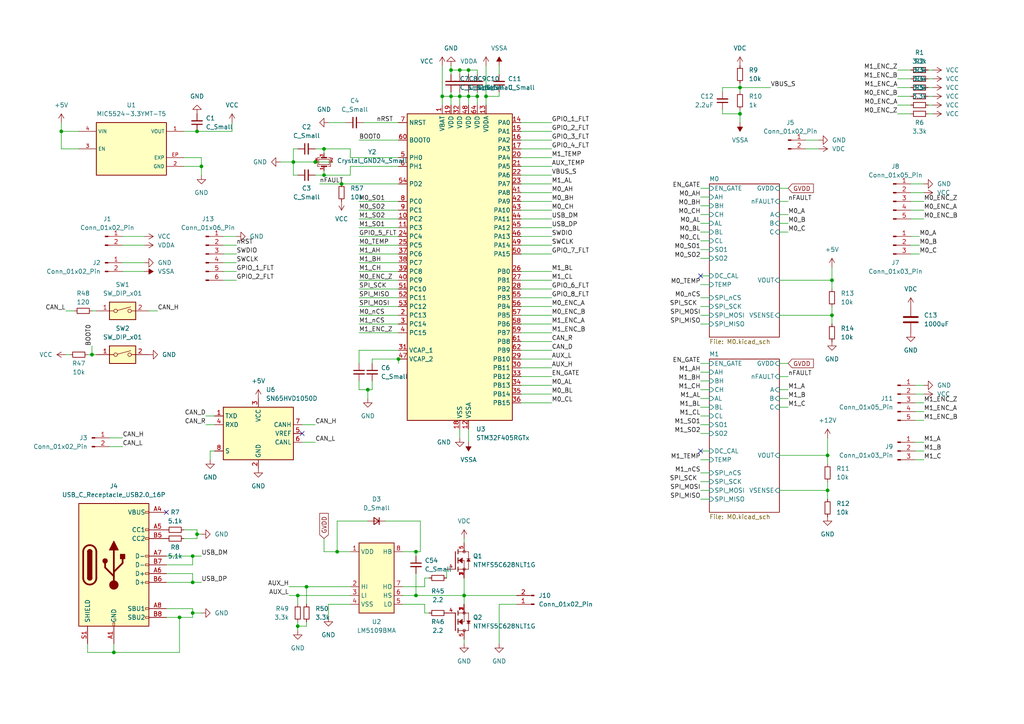
<source format=kicad_sch>
(kicad_sch (version 20230121) (generator eeschema)
  (paper "A4")
  (junction (at 241.3 91.44))
  (junction (at 241.3 81.28))
  (junction (at 134.62 172.72))
  (junction (at 331.47 -71.12))
  (junction (at 261.62 -54.61))
  (junction (at 97.79 160.02))
  (junction (at 331.47 -87.63))
  (junction (at 106.68 113.03))
  (junction (at 57.15 38.1))
  (junction (at 342.9 -87.63))
  (junction (at 135.89 27.94))
  (junction (at 55.88 161.29))
  (junction (at 93.98 43.18))
  (junction (at 273.05 -86.36))
  (junction (at 86.36 181.61))
  (junction (at 332.74 -55.88))
  (junction (at 55.88 177.8))
  (junction (at 58.42 48.26))
  (junction (at 273.05 -54.61))
  (junction (at 133.35 27.94))
  (junction (at 138.43 27.94))
  (junction (at 135.89 20.32))
  (junction (at 128.27 27.94))
  (junction (at 85.09 46.99))
  (junction (at 57.15 154.94))
  (junction (at 120.65 160.02))
  (junction (at 26.67 102.87))
  (junction (at 140.97 27.94))
  (junction (at 115.57 104.14))
  (junction (at 130.81 27.94))
  (junction (at 52.07 179.07))
  (junction (at 88.9 170.18))
  (junction (at 261.62 -86.36))
  (junction (at 33.02 189.23))
  (junction (at 17.78 38.1))
  (junction (at 214.63 33.02))
  (junction (at 133.35 20.32))
  (junction (at 91.44 46.99))
  (junction (at 93.98 50.8))
  (junction (at 344.17 -55.88))
  (junction (at 120.65 172.72))
  (junction (at 342.9 -71.12))
  (junction (at 214.63 25.4))
  (junction (at 240.03 132.08))
  (junction (at 99.06 53.34))
  (junction (at 130.81 20.32))
  (junction (at 261.62 -69.85))
  (junction (at 240.03 142.24))
  (junction (at 86.36 172.72))
  (junction (at 273.05 -69.85))
  (junction (at 55.88 168.91))
  (no_connect (at 87.63 125.73))
  (no_connect (at 203.2 80.01))
  (no_connect (at 203.2 130.81))
  (no_connect (at 48.26 148.59))
  (wire (pts (xy 240.03 132.08) (xy 240.03 134.62)))
  (wire (pts (xy 257.81 -54.61) (xy 261.62 -54.61)))
  (wire (pts (xy 99.06 53.34) (xy 115.57 53.34)))
  (wire (pts (xy 101.6 160.02) (xy 97.79 160.02)))
  (wire (pts (xy 64.77 73.66) (xy 68.58 73.66)))
  (wire (pts (xy 264.16 71.12) (xy 266.7 71.12)))
  (wire (pts (xy 17.78 43.18) (xy 17.78 38.1)))
  (wire (pts (xy 104.14 60.96) (xy 115.57 60.96)))
  (wire (pts (xy 273.05 -86.36) (xy 284.48 -86.36)))
  (wire (pts (xy 273.05 -54.61) (xy 273.05 -50.8)))
  (wire (pts (xy 43.18 90.17) (xy 45.72 90.17)))
  (wire (pts (xy 81.28 46.99) (xy 85.09 46.99)))
  (wire (pts (xy 339.09 -67.31) (xy 342.9 -67.31)))
  (wire (pts (xy 58.42 177.8) (xy 55.88 177.8)))
  (wire (pts (xy 151.13 63.5) (xy 160.02 63.5)))
  (wire (pts (xy 344.17 -55.88) (xy 355.6 -55.88)))
  (wire (pts (xy 226.06 58.42) (xy 228.6 58.42)))
  (wire (pts (xy 261.62 -54.61) (xy 261.62 -58.42)))
  (wire (pts (xy 241.3 88.9) (xy 241.3 91.44)))
  (wire (pts (xy 48.26 168.91) (xy 55.88 168.91)))
  (wire (pts (xy 203.2 115.57) (xy 205.74 115.57)))
  (wire (pts (xy 107.95 113.03) (xy 106.68 113.03)))
  (wire (pts (xy 130.81 27.94) (xy 128.27 27.94)))
  (wire (pts (xy 87.63 128.27) (xy 91.44 128.27)))
  (wire (pts (xy 331.47 -83.82) (xy 334.01 -83.82)))
  (wire (pts (xy 151.13 96.52) (xy 160.02 96.52)))
  (wire (pts (xy 26.67 102.87) (xy 27.94 102.87)))
  (wire (pts (xy 48.26 176.53) (xy 55.88 176.53)))
  (wire (pts (xy 134.62 172.72) (xy 134.62 175.26)))
  (wire (pts (xy 214.63 25.4) (xy 214.63 26.67)))
  (wire (pts (xy 340.36 -52.07) (xy 344.17 -52.07)))
  (wire (pts (xy 269.24 27.94) (xy 270.51 27.94)))
  (wire (pts (xy 116.84 172.72) (xy 120.65 172.72)))
  (wire (pts (xy 267.97 53.34) (xy 264.16 53.34)))
  (wire (pts (xy 151.13 93.98) (xy 160.02 93.98)))
  (wire (pts (xy 35.56 71.12) (xy 41.91 71.12)))
  (wire (pts (xy 261.62 -66.04) (xy 264.16 -66.04)))
  (wire (pts (xy 123.19 170.18) (xy 116.84 170.18)))
  (wire (pts (xy 19.05 102.87) (xy 20.32 102.87)))
  (wire (pts (xy 203.2 64.77) (xy 205.74 64.77)))
  (wire (pts (xy 214.63 33.02) (xy 214.63 35.56)))
  (wire (pts (xy 359.41 -71.12) (xy 360.68 -71.12)))
  (wire (pts (xy 107.95 105.41) (xy 107.95 104.14)))
  (wire (pts (xy 203.2 80.01) (xy 205.74 80.01)))
  (wire (pts (xy 151.13 40.64) (xy 160.02 40.64)))
  (wire (pts (xy 52.07 189.23) (xy 52.07 179.07)))
  (wire (pts (xy 86.36 172.72) (xy 86.36 175.26)))
  (wire (pts (xy 331.47 -87.63) (xy 331.47 -91.44)))
  (wire (pts (xy 120.65 166.37) (xy 120.65 172.72)))
  (wire (pts (xy 269.24 33.02) (xy 270.51 33.02)))
  (wire (pts (xy 267.97 55.88) (xy 264.16 55.88)))
  (wire (pts (xy 261.62 -58.42) (xy 262.89 -58.42)))
  (wire (pts (xy 86.36 181.61) (xy 86.36 182.88)))
  (wire (pts (xy 344.17 -59.69) (xy 344.17 -55.88)))
  (wire (pts (xy 48.26 163.83) (xy 55.88 163.83)))
  (wire (pts (xy 22.86 38.1) (xy 17.78 38.1)))
  (wire (pts (xy 203.2 93.98) (xy 205.74 93.98)))
  (wire (pts (xy 26.67 100.33) (xy 26.67 102.87)))
  (wire (pts (xy 214.63 24.13) (xy 214.63 25.4)))
  (wire (pts (xy 331.47 -71.12) (xy 331.47 -74.93)))
  (wire (pts (xy 151.13 55.88) (xy 160.02 55.88)))
  (wire (pts (xy 55.88 166.37) (xy 55.88 168.91)))
  (wire (pts (xy 273.05 -69.85) (xy 273.05 -66.04)))
  (wire (pts (xy 269.24 -50.8) (xy 273.05 -50.8)))
  (wire (pts (xy 151.13 68.58) (xy 160.02 68.58)))
  (wire (pts (xy 88.9 170.18) (xy 101.6 170.18)))
  (wire (pts (xy 151.13 71.12) (xy 160.02 71.12)))
  (wire (pts (xy 95.25 179.07) (xy 95.25 175.26)))
  (wire (pts (xy 240.03 142.24) (xy 240.03 144.78)))
  (wire (pts (xy 339.09 -83.82) (xy 342.9 -83.82)))
  (wire (pts (xy 106.68 115.57) (xy 106.68 113.03)))
  (wire (pts (xy 52.07 179.07) (xy 55.88 179.07)))
  (wire (pts (xy 342.9 -87.63) (xy 354.33 -87.63)))
  (wire (pts (xy 289.56 -86.36) (xy 290.83 -86.36)))
  (wire (pts (xy 95.25 35.56) (xy 100.33 35.56)))
  (wire (pts (xy 265.43 119.38) (xy 267.97 119.38)))
  (wire (pts (xy 133.35 20.32) (xy 130.81 20.32)))
  (wire (pts (xy 331.47 -67.31) (xy 334.01 -67.31)))
  (wire (pts (xy 123.19 177.8) (xy 124.46 177.8)))
  (wire (pts (xy 58.42 48.26) (xy 58.42 50.8)))
  (wire (pts (xy 341.63 -59.69) (xy 344.17 -59.69)))
  (wire (pts (xy 203.2 82.55) (xy 205.74 82.55)))
  (wire (pts (xy 269.24 -66.04) (xy 273.05 -66.04)))
  (wire (pts (xy 260.35 27.94) (xy 264.16 27.94)))
  (wire (pts (xy 25.4 189.23) (xy 33.02 189.23)))
  (wire (pts (xy 53.34 45.72) (xy 58.42 45.72)))
  (wire (pts (xy 33.02 189.23) (xy 52.07 189.23)))
  (wire (pts (xy 241.3 77.47) (xy 241.3 81.28)))
  (wire (pts (xy 233.68 40.64) (xy 237.49 40.64)))
  (wire (pts (xy 101.6 48.26) (xy 101.6 50.8)))
  (wire (pts (xy 88.9 180.34) (xy 88.9 181.61)))
  (wire (pts (xy 104.14 71.12) (xy 115.57 71.12)))
  (wire (pts (xy 140.97 19.05) (xy 140.97 27.94)))
  (wire (pts (xy 226.06 142.24) (xy 240.03 142.24)))
  (wire (pts (xy 57.15 156.21) (xy 57.15 154.94)))
  (wire (pts (xy 226.06 113.03) (xy 228.6 113.03)))
  (wire (pts (xy 289.56 -54.61) (xy 290.83 -54.61)))
  (wire (pts (xy 267.97 60.96) (xy 264.16 60.96)))
  (wire (pts (xy 135.89 26.67) (xy 135.89 27.94)))
  (wire (pts (xy 344.17 -55.88) (xy 344.17 -52.07)))
  (wire (pts (xy 135.89 20.32) (xy 135.89 21.59)))
  (wire (pts (xy 130.81 30.48) (xy 130.81 27.94)))
  (wire (pts (xy 138.43 30.48) (xy 138.43 27.94)))
  (wire (pts (xy 203.2 130.81) (xy 205.74 130.81)))
  (wire (pts (xy 331.47 -71.12) (xy 331.47 -67.31)))
  (wire (pts (xy 58.42 154.94) (xy 57.15 154.94)))
  (wire (pts (xy 265.43 114.3) (xy 267.97 114.3)))
  (wire (pts (xy 269.24 -82.55) (xy 273.05 -82.55)))
  (wire (pts (xy 104.14 83.82) (xy 115.57 83.82)))
  (wire (pts (xy 151.13 78.74) (xy 160.02 78.74)))
  (wire (pts (xy 327.66 -87.63) (xy 331.47 -87.63)))
  (wire (pts (xy 92.71 53.34) (xy 99.06 53.34)))
  (wire (pts (xy 226.06 64.77) (xy 228.6 64.77)))
  (wire (pts (xy 269.24 20.32) (xy 270.51 20.32)))
  (wire (pts (xy 128.27 27.94) (xy 128.27 30.48)))
  (wire (pts (xy 149.86 175.26) (xy 144.78 175.26)))
  (wire (pts (xy 144.78 27.94) (xy 144.78 26.67)))
  (wire (pts (xy 123.19 167.64) (xy 123.19 170.18)))
  (wire (pts (xy 151.13 81.28) (xy 160.02 81.28)))
  (wire (pts (xy 209.55 31.75) (xy 209.55 33.02)))
  (wire (pts (xy 25.4 102.87) (xy 26.67 102.87)))
  (wire (pts (xy 57.15 154.94) (xy 57.15 153.67)))
  (wire (pts (xy 203.2 137.16) (xy 205.74 137.16)))
  (wire (pts (xy 64.77 71.12) (xy 68.58 71.12)))
  (wire (pts (xy 151.13 88.9) (xy 160.02 88.9)))
  (wire (pts (xy 151.13 86.36) (xy 160.02 86.36)))
  (wire (pts (xy 331.47 -87.63) (xy 331.47 -83.82)))
  (wire (pts (xy 115.57 48.26) (xy 101.6 48.26)))
  (wire (pts (xy 104.14 101.6) (xy 115.57 101.6)))
  (wire (pts (xy 104.14 40.64) (xy 115.57 40.64)))
  (wire (pts (xy 203.2 142.24) (xy 205.74 142.24)))
  (wire (pts (xy 261.62 -54.61) (xy 261.62 -50.8)))
  (wire (pts (xy 240.03 139.7) (xy 240.03 142.24)))
  (wire (pts (xy 138.43 26.67) (xy 138.43 27.94)))
  (wire (pts (xy 269.24 25.4) (xy 270.51 25.4)))
  (wire (pts (xy 86.36 172.72) (xy 101.6 172.72)))
  (wire (pts (xy 264.16 68.58) (xy 266.7 68.58)))
  (wire (pts (xy 332.74 -59.69) (xy 334.01 -59.69)))
  (wire (pts (xy 270.51 -58.42) (xy 273.05 -58.42)))
  (wire (pts (xy 359.41 -87.63) (xy 360.68 -87.63)))
  (wire (pts (xy 273.05 -54.61) (xy 284.48 -54.61)))
  (wire (pts (xy 226.06 62.23) (xy 228.6 62.23)))
  (wire (pts (xy 226.06 132.08) (xy 240.03 132.08)))
  (wire (pts (xy 67.31 38.1) (xy 67.31 35.56)))
  (wire (pts (xy 48.26 179.07) (xy 52.07 179.07)))
  (wire (pts (xy 21.59 90.17) (xy 19.05 90.17)))
  (wire (pts (xy 203.2 86.36) (xy 205.74 86.36)))
  (wire (pts (xy 203.2 59.69) (xy 205.74 59.69)))
  (wire (pts (xy 233.68 43.18) (xy 237.49 43.18)))
  (wire (pts (xy 53.34 38.1) (xy 57.15 38.1)))
  (wire (pts (xy 226.06 118.11) (xy 228.6 118.11)))
  (wire (pts (xy 134.62 186.69) (xy 134.62 185.42)))
  (wire (pts (xy 260.35 22.86) (xy 264.16 22.86)))
  (wire (pts (xy 226.06 105.41) (xy 228.6 105.41)))
  (wire (pts (xy 203.2 144.78) (xy 205.74 144.78)))
  (wire (pts (xy 260.35 30.48) (xy 264.16 30.48)))
  (wire (pts (xy 151.13 73.66) (xy 160.02 73.66)))
  (wire (pts (xy 332.74 -55.88) (xy 332.74 -52.07)))
  (wire (pts (xy 130.81 20.32) (xy 130.81 21.59)))
  (wire (pts (xy 133.35 27.94) (xy 130.81 27.94)))
  (wire (pts (xy 151.13 48.26) (xy 160.02 48.26)))
  (wire (pts (xy 151.13 91.44) (xy 160.02 91.44)))
  (wire (pts (xy 64.77 78.74) (xy 68.58 78.74)))
  (wire (pts (xy 273.05 -86.36) (xy 273.05 -82.55)))
  (wire (pts (xy 135.89 27.94) (xy 133.35 27.94)))
  (wire (pts (xy 331.47 -74.93) (xy 332.74 -74.93)))
  (wire (pts (xy 265.43 128.27) (xy 267.97 128.27)))
  (wire (pts (xy 86.36 43.18) (xy 85.09 43.18)))
  (wire (pts (xy 203.2 125.73) (xy 205.74 125.73)))
  (wire (pts (xy 289.56 -69.85) (xy 290.83 -69.85)))
  (wire (pts (xy 104.14 66.04) (xy 115.57 66.04)))
  (wire (pts (xy 151.13 38.1) (xy 160.02 38.1)))
  (wire (pts (xy 151.13 111.76) (xy 160.02 111.76)))
  (wire (pts (xy 115.57 45.72) (xy 101.6 45.72)))
  (wire (pts (xy 105.41 35.56) (xy 115.57 35.56)))
  (wire (pts (xy 83.82 170.18) (xy 88.9 170.18)))
  (wire (pts (xy 203.2 74.93) (xy 205.74 74.93)))
  (wire (pts (xy 144.78 175.26) (xy 144.78 186.69)))
  (wire (pts (xy 260.35 20.32) (xy 264.16 20.32)))
  (wire (pts (xy 104.14 91.44) (xy 115.57 91.44)))
  (wire (pts (xy 104.14 105.41) (xy 104.14 101.6)))
  (wire (pts (xy 26.67 90.17) (xy 27.94 90.17)))
  (wire (pts (xy 55.88 176.53) (xy 55.88 177.8)))
  (wire (pts (xy 87.63 123.19) (xy 91.44 123.19)))
  (wire (pts (xy 203.2 72.39) (xy 205.74 72.39)))
  (wire (pts (xy 35.56 78.74) (xy 41.91 78.74)))
  (wire (pts (xy 261.62 -90.17) (xy 262.89 -90.17)))
  (wire (pts (xy 273.05 -73.66) (xy 273.05 -69.85)))
  (wire (pts (xy 101.6 50.8) (xy 93.98 50.8)))
  (wire (pts (xy 342.9 -91.44) (xy 342.9 -87.63)))
  (wire (pts (xy 55.88 163.83) (xy 55.88 161.29)))
  (wire (pts (xy 121.92 151.13) (xy 111.76 151.13)))
  (wire (pts (xy 261.62 -86.36) (xy 261.62 -90.17)))
  (wire (pts (xy 120.65 172.72) (xy 134.62 172.72)))
  (wire (pts (xy 151.13 35.56) (xy 160.02 35.56)))
  (wire (pts (xy 93.98 49.53) (xy 93.98 50.8)))
  (wire (pts (xy 53.34 156.21) (xy 57.15 156.21)))
  (wire (pts (xy 104.14 93.98) (xy 115.57 93.98)))
  (wire (pts (xy 273.05 -69.85) (xy 284.48 -69.85)))
  (wire (pts (xy 209.55 33.02) (xy 214.63 33.02)))
  (wire (pts (xy 31.75 129.54) (xy 35.56 129.54)))
  (wire (pts (xy 226.06 115.57) (xy 228.6 115.57)))
  (wire (pts (xy 133.35 20.32) (xy 133.35 21.59)))
  (wire (pts (xy 35.56 76.2) (xy 41.91 76.2)))
  (wire (pts (xy 151.13 53.34) (xy 160.02 53.34)))
  (wire (pts (xy 133.35 26.67) (xy 133.35 27.94)))
  (wire (pts (xy 48.26 166.37) (xy 55.88 166.37)))
  (wire (pts (xy 151.13 58.42) (xy 160.02 58.42)))
  (wire (pts (xy 151.13 109.22) (xy 160.02 109.22)))
  (wire (pts (xy 261.62 -50.8) (xy 264.16 -50.8)))
  (wire (pts (xy 151.13 66.04) (xy 160.02 66.04)))
  (wire (pts (xy 104.14 76.2) (xy 115.57 76.2)))
  (wire (pts (xy 85.09 50.8) (xy 86.36 50.8)))
  (wire (pts (xy 342.9 -71.12) (xy 354.33 -71.12)))
  (wire (pts (xy 360.68 -55.88) (xy 361.95 -55.88)))
  (wire (pts (xy 48.26 161.29) (xy 55.88 161.29)))
  (wire (pts (xy 332.74 -55.88) (xy 332.74 -59.69)))
  (wire (pts (xy 62.23 130.81) (xy 60.96 130.81)))
  (wire (pts (xy 327.66 -71.12) (xy 331.47 -71.12)))
  (wire (pts (xy 267.97 63.5) (xy 264.16 63.5)))
  (wire (pts (xy 273.05 -90.17) (xy 273.05 -86.36)))
  (wire (pts (xy 57.15 38.1) (xy 67.31 38.1)))
  (wire (pts (xy 261.62 -69.85) (xy 261.62 -73.66)))
  (wire (pts (xy 107.95 104.14) (xy 115.57 104.14)))
  (wire (pts (xy 104.14 113.03) (xy 106.68 113.03)))
  (wire (pts (xy 57.15 153.67) (xy 53.34 153.67)))
  (wire (pts (xy 261.62 -73.66) (xy 262.89 -73.66)))
  (wire (pts (xy 25.4 189.23) (xy 25.4 186.69)))
  (wire (pts (xy 260.35 33.02) (xy 264.16 33.02)))
  (wire (pts (xy 151.13 50.8) (xy 160.02 50.8)))
  (wire (pts (xy 151.13 99.06) (xy 160.02 99.06)))
  (wire (pts (xy 151.13 43.18) (xy 160.02 43.18)))
  (wire (pts (xy 135.89 124.46) (xy 135.89 128.27)))
  (wire (pts (xy 104.14 81.28) (xy 115.57 81.28)))
  (wire (pts (xy 101.6 45.72) (xy 101.6 43.18)))
  (wire (pts (xy 35.56 68.58) (xy 41.91 68.58)))
  (wire (pts (xy 203.2 120.65) (xy 205.74 120.65)))
  (wire (pts (xy 104.14 73.66) (xy 115.57 73.66)))
  (wire (pts (xy 261.62 -82.55) (xy 264.16 -82.55)))
  (wire (pts (xy 88.9 170.18) (xy 88.9 175.26)))
  (wire (pts (xy 133.35 124.46) (xy 133.35 127)))
  (wire (pts (xy 134.62 167.64) (xy 134.62 172.72)))
  (wire (pts (xy 104.14 88.9) (xy 115.57 88.9)))
  (wire (pts (xy 53.34 48.26) (xy 58.42 48.26)))
  (wire (pts (xy 101.6 43.18) (xy 93.98 43.18)))
  (wire (pts (xy 203.2 62.23) (xy 205.74 62.23)))
  (wire (pts (xy 328.93 -55.88) (xy 332.74 -55.88)))
  (wire (pts (xy 17.78 38.1) (xy 17.78 35.56)))
  (wire (pts (xy 214.63 25.4) (xy 223.52 25.4)))
  (wire (pts (xy 214.63 33.02) (xy 214.63 31.75)))
  (wire (pts (xy 241.3 81.28) (xy 241.3 83.82)))
  (wire (pts (xy 97.79 151.13) (xy 97.79 160.02)))
  (wire (pts (xy 64.77 76.2) (xy 68.58 76.2)))
  (wire (pts (xy 129.54 165.1) (xy 129.54 167.64)))
  (wire (pts (xy 265.43 133.35) (xy 267.97 133.35)))
  (wire (pts (xy 121.92 160.02) (xy 121.92 151.13)))
  (wire (pts (xy 209.55 25.4) (xy 214.63 25.4)))
  (wire (pts (xy 130.81 26.67) (xy 130.81 27.94)))
  (wire (pts (xy 85.09 46.99) (xy 91.44 46.99)))
  (wire (pts (xy 342.9 -74.93) (xy 342.9 -71.12)))
  (wire (pts (xy 59.69 120.65) (xy 62.23 120.65)))
  (wire (pts (xy 95.25 175.26) (xy 101.6 175.26)))
  (wire (pts (xy 33.02 189.23) (xy 33.02 186.69)))
  (wire (pts (xy 55.88 161.29) (xy 58.42 161.29)))
  (wire (pts (xy 58.42 45.72) (xy 58.42 48.26)))
  (wire (pts (xy 107.95 110.49) (xy 107.95 113.03)))
  (wire (pts (xy 203.2 57.15) (xy 205.74 57.15)))
  (wire (pts (xy 226.06 67.31) (xy 228.6 67.31)))
  (wire (pts (xy 151.13 116.84) (xy 160.02 116.84)))
  (wire (pts (xy 332.74 -52.07) (xy 335.28 -52.07)))
  (wire (pts (xy 22.86 43.18) (xy 17.78 43.18)))
  (wire (pts (xy 138.43 27.94) (xy 135.89 27.94)))
  (wire (pts (xy 134.62 156.21) (xy 134.62 157.48)))
  (wire (pts (xy 104.14 68.58) (xy 115.57 68.58)))
  (wire (pts (xy 260.35 25.4) (xy 264.16 25.4)))
  (wire (pts (xy 340.36 -91.44) (xy 342.9 -91.44)))
  (wire (pts (xy 123.19 175.26) (xy 123.19 177.8)))
  (wire (pts (xy 257.81 -86.36) (xy 261.62 -86.36)))
  (wire (pts (xy 60.96 130.81) (xy 60.96 133.35)))
  (wire (pts (xy 226.06 81.28) (xy 241.3 81.28)))
  (wire (pts (xy 203.2 118.11) (xy 205.74 118.11)))
  (wire (pts (xy 342.9 -71.12) (xy 342.9 -67.31)))
  (wire (pts (xy 203.2 113.03) (xy 205.74 113.03)))
  (wire (pts (xy 104.14 96.52) (xy 115.57 96.52)))
  (wire (pts (xy 203.2 91.44) (xy 205.74 91.44)))
  (wire (pts (xy 151.13 106.68) (xy 160.02 106.68)))
  (wire (pts (xy 116.84 175.26) (xy 123.19 175.26)))
  (wire (pts (xy 151.13 101.6) (xy 160.02 101.6)))
  (wire (pts (xy 203.2 88.9) (xy 205.74 88.9)))
  (wire (pts (xy 203.2 123.19) (xy 205.74 123.19)))
  (wire (pts (xy 270.51 -73.66) (xy 273.05 -73.66)))
  (wire (pts (xy 240.03 127) (xy 240.03 132.08)))
  (wire (pts (xy 331.47 -91.44) (xy 332.74 -91.44)))
  (wire (pts (xy 269.24 22.86) (xy 270.51 22.86)))
  (wire (pts (xy 269.24 30.48) (xy 270.51 30.48)))
  (wire (pts (xy 264.16 73.66) (xy 266.7 73.66)))
  (wire (pts (xy 340.36 -74.93) (xy 342.9 -74.93)))
  (wire (pts (xy 104.14 78.74) (xy 115.57 78.74)))
  (wire (pts (xy 203.2 133.35) (xy 205.74 133.35)))
  (wire (pts (xy 135.89 30.48) (xy 135.89 27.94)))
  (wire (pts (xy 97.79 160.02) (xy 93.98 160.02)))
  (wire (pts (xy 203.2 69.85) (xy 205.74 69.85)))
  (wire (pts (xy 123.19 167.64) (xy 124.46 167.64)))
  (wire (pts (xy 120.65 160.02) (xy 121.92 160.02)))
  (wire (pts (xy 151.13 60.96) (xy 160.02 60.96)))
  (wire (pts (xy 203.2 67.31) (xy 205.74 67.31)))
  (wire (pts (xy 93.98 160.02) (xy 93.98 156.21)))
  (wire (pts (xy 135.89 20.32) (xy 133.35 20.32)))
  (wire (pts (xy 270.51 -90.17) (xy 273.05 -90.17)))
  (wire (pts (xy 342.9 -87.63) (xy 342.9 -83.82)))
  (wire (pts (xy 85.09 43.18) (xy 85.09 46.99)))
  (wire (pts (xy 128.27 19.05) (xy 128.27 27.94)))
  (wire (pts (xy 203.2 54.61) (xy 205.74 54.61)))
  (wire (pts (xy 265.43 111.76) (xy 267.97 111.76)))
  (wire (pts (xy 151.13 104.14) (xy 160.02 104.14)))
  (wire (pts (xy 138.43 20.32) (xy 135.89 20.32)))
  (wire (pts (xy 151.13 83.82) (xy 160.02 83.82)))
  (wire (pts (xy 134.62 172.72) (xy 149.86 172.72)))
  (wire (pts (xy 226.06 91.44) (xy 241.3 91.44)))
  (wire (pts (xy 261.62 -69.85) (xy 261.62 -66.04)))
  (wire (pts (xy 209.55 26.67) (xy 209.55 25.4)))
  (wire (pts (xy 83.82 172.72) (xy 86.36 172.72)))
  (wire (pts (xy 203.2 107.95) (xy 205.74 107.95)))
  (wire (pts (xy 31.75 127) (xy 35.56 127)))
  (wire (pts (xy 203.2 105.41) (xy 205.74 105.41)))
  (wire (pts (xy 64.77 68.58) (xy 68.58 68.58)))
  (wire (pts (xy 140.97 27.94) (xy 144.78 27.94)))
  (wire (pts (xy 55.88 179.07) (xy 55.88 177.8)))
  (wire (pts (xy 265.43 116.84) (xy 267.97 116.84)))
  (wire (pts (xy 226.06 109.22) (xy 228.6 109.22)))
  (wire (pts (xy 93.98 44.45) (xy 93.98 43.18)))
  (wire (pts (xy 144.78 19.05) (xy 144.78 21.59)))
  (wire (pts (xy 267.97 58.42) (xy 264.16 58.42)))
  (wire (pts (xy 85.09 46.99) (xy 85.09 50.8)))
  (wire (pts (xy 203.2 139.7) (xy 205.74 139.7)))
  (wire (pts (xy 226.06 54.61) (xy 228.6 54.61)))
  (wire (pts (xy 151.13 45.72) (xy 160.02 45.72)))
  (wire (pts (xy 265.43 130.81) (xy 267.97 130.81)))
  (wire (pts (xy 273.05 -58.42) (xy 273.05 -54.61)))
  (wire (pts (xy 116.84 160.02) (xy 120.65 160.02)))
  (wire (pts (xy 104.14 63.5) (xy 115.57 63.5)))
  (wire (pts (xy 59.69 123.19) (xy 62.23 123.19)))
  (wire (pts (xy 138.43 21.59) (xy 138.43 20.32)))
  (wire (pts (xy 140.97 27.94) (xy 140.97 30.48)))
  (wire (pts (xy 93.98 43.18) (xy 91.44 43.18)))
  (wire (pts (xy 104.14 110.49) (xy 104.14 113.03)))
  (wire (pts (xy 104.14 86.36) (xy 115.57 86.36)))
  (wire (pts (xy 203.2 110.49) (xy 205.74 110.49)))
  (wire (pts (xy 106.68 151.13) (xy 97.79 151.13)))
  (wire (pts (xy 88.9 181.61) (xy 86.36 181.61)))
  (wire (pts (xy 86.36 180.34) (xy 86.36 181.61)))
  (wire (pts (xy 104.14 58.42) (xy 115.57 58.42)))
  (wire (pts (xy 261.62 -86.36) (xy 261.62 -82.55)))
  (wire (pts (xy 93.98 50.8) (xy 91.44 50.8)))
  (wire (pts (xy 55.88 168.91) (xy 58.42 168.91)))
  (wire (pts (xy 257.81 -69.85) (xy 261.62 -69.85)))
  (wire (pts (xy 91.44 46.99) (xy 96.52 46.99)))
  (wire (pts (xy 115.57 105.41) (xy 115.57 104.14)))
  (wire (pts (xy 241.3 91.44) (xy 241.3 93.98)))
  (wire (pts (xy 151.13 114.3) (xy 160.02 114.3)))
  (wire (pts (xy 130.81 19.05) (xy 130.81 20.32)))
  (wire (pts (xy 265.43 121.92) (xy 267.97 121.92)))
  (wire (pts (xy 64.77 81.28) (xy 68.58 81.28)))
  (wire (pts (xy 120.65 160.02) (xy 120.65 161.29)))
  (wire (pts (xy 133.35 30.48) (xy 133.35 27.94)))
  (label "M0_C" (at 228.6 67.31 0))
  (label "M1_BL" (at 160.02 78.74 0))
  (label "GPIO_4" (at 186.69 -19.05 0))
  (label "M1_ENC_A" (at 160.02 93.98 0))
  (label "M0_SO1" (at 203.2 72.39 180))
  (label "M0_TEMP" (at 203.2 82.55 180))
  (label "SWDIO" (at 160.02 68.58 0))
  (label "GPIO_6" (at 327.66 -87.63 180))
  (label "SWDIO" (at 68.58 73.66 0))
  (label "M1_AH" (at 104.14 73.66 0))
  (label "M1_ENC_A" (at 267.97 119.38 0))
  (label "M0_BH" (at 160.02 58.42 0))
  (label "M1_CL" (at 160.02 81.28 0))
  (label "GPIO_5_FLT" (at 104.14 68.58 0))
  (label "M0_CH" (at 160.02 60.96 0))
  (label "USB_DM" (at 58.42 161.29 0))
  (label "M0_AL" (at 160.02 111.76 0))
  (label "GPIO_8" (at 328.93 -55.88 180))
  (label "GPIO_7_FLT" (at 160.02 73.66 0))
  (label "M1_nCS" (at 203.2 137.16 180))
  (label "M1_SO2" (at 104.14 63.5 0))
  (label "M0_ENC_Z" (at 267.97 58.42 0))
  (label "nFAULT" (at 228.6 58.42 0))
  (label "M0_CL" (at 160.02 116.84 0))
  (label "CAN_L" (at 91.44 128.27 0))
  (label "M1_nCS" (at 104.14 93.98 0))
  (label "M1_BH" (at 203.2 110.49 180))
  (label "AUX_L" (at 83.82 172.72 180))
  (label "CAN_R" (at 59.69 123.19 180))
  (label "GPIO_3_FLT" (at 273.05 -54.61 0))
  (label "GPIO_2_FLT" (at 160.02 38.1 0))
  (label "GPIO_8_FLT" (at 160.02 86.36 0))
  (label "M1_CL" (at 203.2 120.65 180))
  (label "M1_SO1" (at 104.14 66.04 0))
  (label "M1_CH" (at 203.2 113.03 180))
  (label "M0_ENC_B" (at 260.35 27.94 180))
  (label "M1_B" (at 267.97 130.81 0))
  (label "M0_AH" (at 160.02 55.88 0))
  (label "CAN_H" (at 35.56 127 0))
  (label "GPIO_1_FLT" (at 160.02 35.56 0))
  (label "USB_DP" (at 58.42 168.91 0))
  (label "AUX_H" (at 83.82 170.18 180))
  (label "M1_AL" (at 160.02 53.34 0))
  (label "SPI_MOSI" (at 203.2 91.44 180))
  (label "BOOT0" (at 104.14 40.64 0))
  (label "M0_nCS" (at 203.2 86.36 180))
  (label "M1_AH" (at 203.2 107.95 180))
  (label "M0_SO2" (at 203.2 74.93 180))
  (label "GPIO_6_FLT" (at 160.02 83.82 0))
  (label "M0_B" (at 228.6 64.77 0))
  (label "M1_ENC_Z" (at 104.14 96.52 0))
  (label "GPIO_3" (at 257.81 -54.61 180))
  (label "M0_ENC_A" (at 260.35 30.48 180))
  (label "CAN_D" (at 59.69 120.65 180))
  (label "M0_BL" (at 203.2 67.31 180))
  (label "SPI_MOSI" (at 203.2 142.24 180))
  (label "M0_A" (at 266.7 68.58 0))
  (label "M0_SO1" (at 104.14 58.42 0))
  (label "SPI_SCK " (at 104.14 83.82 0))
  (label "GPIO_5_FLT" (at 273.05 -86.36 0))
  (label "M0_CL" (at 203.2 69.85 180))
  (label "M1_SO2" (at 203.2 125.73 180))
  (label "GPIO_7" (at 212.09 -19.05 0))
  (label "M0_B" (at 266.7 71.12 0))
  (label "M1_C" (at 228.6 118.11 0))
  (label "AUX_H" (at 160.02 106.68 0))
  (label "GPIO_5" (at 257.81 -86.36 180))
  (label "M1_A" (at 228.6 113.03 0))
  (label "M1_ENC_Z" (at 260.35 20.32 180))
  (label "GPIO_2_FLT" (at 68.58 81.28 0))
  (label "SWCLK" (at 68.58 76.2 0))
  (label "nRST" (at 68.58 71.12 0))
  (label "GPIO_6_FLT" (at 342.9 -87.63 0))
  (label "M1_ENC_B" (at 160.02 96.52 0))
  (label "SPI_MISO" (at 104.14 86.36 0))
  (label "M0_TEMP" (at 104.14 71.12 0))
  (label "VBUS_S" (at 223.52 25.4 0))
  (label "GPIO_7_FLT" (at 342.9 -71.12 0))
  (label "M1_ENC_B" (at 267.97 121.92 0))
  (label "SPI_MISO" (at 203.2 93.98 180))
  (label "AUX_L" (at 160.02 104.14 0))
  (label "M0_nCS" (at 104.14 91.44 0))
  (label "GPIO_3_FLT" (at 160.02 40.64 0))
  (label "M1_BH" (at 104.14 76.2 0))
  (label "GPIO_3" (at 186.69 -21.59 0))
  (label "M0_BL" (at 160.02 114.3 0))
  (label "M0_ENC_B" (at 267.97 63.5 0))
  (label "M0_SO2" (at 104.14 60.96 0))
  (label "M0_CH" (at 203.2 62.23 180))
  (label "GPIO_8_FLT" (at 344.17 -55.88 0))
  (label "SPI_MOSI" (at 104.14 88.9 0))
  (label "GPIO_5" (at 186.69 -16.51 0))
  (label "SWCLK" (at 160.02 71.12 0))
  (label "GPIO_4_FLT" (at 160.02 43.18 0))
  (label "EN_GATE" (at 203.2 54.61 180))
  (label "M0_AH" (at 203.2 57.15 180))
  (label "SPI_SCK " (at 203.2 139.7 180))
  (label "nFAULT" (at 92.71 53.34 0))
  (label "GPIO_1_FLT" (at 68.58 78.74 0))
  (label "M1_B" (at 228.6 115.57 0))
  (label "CAN_L" (at 19.05 90.17 180))
  (label "nFAULT" (at 228.6 109.22 0))
  (label "AUX_TEMP" (at 160.02 48.26 0))
  (label "M1_CH" (at 104.14 78.74 0))
  (label "M1_A" (at 267.97 128.27 0))
  (label "M1_ENC_Z" (at 267.97 116.84 0))
  (label "M0_ENC_A" (at 160.02 88.9 0))
  (label "CAN_R" (at 160.02 99.06 0))
  (label "VBUS_S" (at 160.02 50.8 0))
  (label "M1_TEMP" (at 160.02 45.72 0))
  (label "GPIO_4" (at 257.81 -69.85 180))
  (label "SPI_SCK " (at 203.2 88.9 180))
  (label "GPIO_4_FLT" (at 273.05 -69.85 0))
  (label "USB_DP" (at 160.02 66.04 0))
  (label "M1_TEMP" (at 203.2 133.35 180))
  (label "GPIO_7" (at 327.66 -71.12 180))
  (label "nRST" (at 109.22 35.56 0))
  (label "CAN_H" (at 91.44 123.19 0))
  (label "M1_C" (at 267.97 133.35 0))
  (label "GPIO_8" (at 212.09 -16.51 0))
  (label "M0_A" (at 228.6 62.23 0))
  (label "GPIO_6" (at 212.09 -21.59 0))
  (label "M0_AL" (at 203.2 64.77 180))
  (label "EN_GATE" (at 203.2 105.41 180))
  (label "BOOT0" (at 26.67 100.33 90))
  (label "SPI_MISO" (at 203.2 144.78 180))
  (label "CAN_L" (at 35.56 129.54 0))
  (label "M0_BH" (at 203.2 59.69 180))
  (label "M0_ENC_Z" (at 104.14 81.28 0))
  (label "USB_DM" (at 160.02 63.5 0))
  (label "M1_ENC_A" (at 260.35 25.4 180))
  (label "CAN_H" (at 45.72 90.17 0))
  (label "M1_BL" (at 203.2 118.11 180))
  (label "M0_C" (at 266.7 73.66 0))
  (label "EN_GATE" (at 160.02 109.22 0))
  (label "M0_ENC_Z" (at 260.35 33.02 180))
  (label "M1_ENC_B" (at 260.35 22.86 180))
  (label "M0_ENC_B" (at 160.02 91.44 0))
  (label "M0_ENC_A" (at 267.97 60.96 0))
  (label "M1_SO1" (at 203.2 123.19 180))
  (label "CAN_D" (at 160.02 101.6 0))
  (label "M1_AL" (at 203.2 115.57 180))
  (global_label "GVDD" (shape input) (at 228.6 54.61 0) (property "Intersheetrefs" "${INTERSHEET_REFS}" (effects hide)))
  (global_label "GVDD" (shape input) (at -63.5 55.88 0) (property "Intersheetrefs" "${INTERSHEET_REFS}" (effects hide)))
  (global_label "GVDD" (shape input) (at 228.6 105.41 0) (property "Intersheetrefs" "${INTERSHEET_REFS}" (effects hide)))
  (global_label "GVDD" (shape input) (at 93.98 156.21 90) (property "Intersheetrefs" "${INTERSHEET_REFS}" (effects hide)))
  (symbol (lib_id "power:GND") (at 290.83 -69.85 90) (unit 1)
    (property "Reference" "#PWR099" (effects hide))
    (property "Value" "GND" (at 294.64 -69.85 90) (effects (justify right)))
  )
  (symbol (lib_id "Connector:Conn_01x05_Pin") (at 259.08 58.42 0) (unit 1)
    (property "Reference" "J8" (at 259.715 48.26 0))
    (property "Value" "Conn_01x05_Pin" (at 259.715 50.8 0))
    (property "Footprint" "Connector_PinHeader_2.54mm:PinHeader_1x05_P2.54mm_Vertical" (effects hide))
  )
  (symbol (lib_id "Connector:Conn_01x02_Pin") (at 26.67 127 0) (unit 1)
    (property "Reference" "J3" (at 25.4 127 0) (effects (justify right)))
    (property "Value" "Conn_01x02_Pin" (at 25.4 129.54 0) (effects (justify right)))
    (property "Footprint" "Connector_PinHeader_2.54mm:PinHeader_1x02_P2.54mm_Vertical" (effects hide))
  )
  (symbol (lib_id "Device:C_Small") (at 144.78 24.13 180) (unit 1)
    (property "Reference" "C11" (at 147.32 22.8536 0) (effects (justify right)))
    (property "Value" "C_Small" (at 147.32 25.3936 0) (effects (justify right)))
    (property "Footprint" "Capacitor_SMD:C_0402_1005Metric" (effects hide))
  )
  (symbol (lib_id "power:VCC") (at 270.51 27.94 270) (unit 1)
    (property "Reference" "#PWR010" (effects hide))
    (property "Value" "VCC" (at 274.32 27.94 90) (effects (justify left)))
  )
  (symbol (lib_id "power:VDC") (at 134.62 156.21 0) (unit 1)
    (property "Reference" "#PWR076" (effects hide))
    (property "Value" "VDC" (at 134.62 151.13 0))
  )
  (symbol (lib_id "Driver_FET:LM5109BMA") (at 109.22 167.64 0) (unit 1)
    (property "Reference" "U2" (at 109.22 180.34 0))
    (property "Value" "LM5109BMA" (at 109.22 182.88 0))
    (property "Footprint" "Package_SO:SOIC-8_3.9x4.9mm_P1.27mm" (effects hide))
    (property "Datasheet" "http://www.ti.com/lit/ds/symlink/lm5109b.pdf" (effects hide))
  )
  (symbol (lib_id "Connector:Conn_01x02_Pin") (at 30.48 68.58 0) (unit 1)
    (property "Reference" "J1" (at 31.115 63.5 0))
    (property "Value" "Conn_01x02_Pin" (at 31.115 66.04 0))
    (property "Footprint" "Connector_PinHeader_2.54mm:PinHeader_1x02_P2.54mm_Vertical" (effects hide))
  )
  (symbol (lib_id "Device:R_Small") (at 336.55 -67.31 270) (unit 1)
    (property "Reference" "R55" (at 336.55 -71.12 90))
    (property "Value" "3.3k" (at 336.55 -68.58 90))
    (property "Footprint" "Resistor_SMD:R_0402_1005Metric" (effects hide))
  )
  (symbol (lib_id "Device:R_Small") (at 266.7 20.32 90) (unit 1)
    (property "Reference" "R1" (at 266.7 15.24 90))
    (property "Value" "3.3k" (at 266.7 17.78 90))
    (property "Footprint" "Resistor_SMD:R_0402_1005Metric" (effects hide))
  )
  (symbol (lib_id "power:VCC") (at 99.06 58.42 180) (unit 1)
    (property "Reference" "#PWR0104" (effects hide))
    (property "Value" "VCC" (at 99.06 63.5 0))
  )
  (symbol (lib_id "Device:C") (at 264.16 92.71 0) (unit 1)
    (property "Reference" "C13" (at 267.97 91.44 0) (effects (justify left)))
    (property "Value" "1000uF" (at 267.97 93.98 0) (effects (justify left)))
    (property "Footprint" "Capacitor_THT:C_Radial_D18.0mm_H35.5mm_P7.50mm" (effects hide))
  )
  (symbol (lib_id "Device:R_Small") (at 24.13 90.17 270) (unit 1)
    (property "Reference" "R48" (at 24.13 85.09 90))
    (property "Value" "120" (at 24.13 87.63 90))
    (property "Footprint" "Resistor_SMD:R_0402_1005Metric" (effects hide))
  )
  (symbol (lib_id "Device:R_Small") (at 266.7 25.4 90) (unit 1)
    (property "Reference" "R3" (at 266.7 20.32 90))
    (property "Value" "3.3k" (at 266.7 22.86 90))
    (property "Footprint" "Resistor_SMD:R_0402_1005Metric" (effects hide))
  )
  (symbol (lib_id "power:GND") (at 290.83 -54.61 90) (unit 1)
    (property "Reference" "#PWR098" (effects hide))
    (property "Value" "GND" (at 294.64 -54.61 90) (effects (justify right)))
  )
  (symbol (lib_id "Device:C_Small") (at 287.02 -69.85 270) (unit 1)
    (property "Reference" "C56" (at 287.0136 -74.93 90))
    (property "Value" "C_Small" (at 287.0136 -72.39 90))
    (property "Footprint" "Capacitor_SMD:C_0402_1005Metric" (effects hide))
  )
  (symbol (lib_id "power:GND") (at 58.42 177.8 90) (unit 1)
    (property "Reference" "#PWR016" (effects hide))
    (property "Value" "GND" (at 62.23 177.8 90) (effects (justify right)))
  )
  (symbol (lib_id "Connector:Conn_01x05_Pin") (at 260.35 116.84 0) (unit 1)
    (property "Reference" "J11" (at 259.08 115.57 0) (effects (justify right)))
    (property "Value" "Conn_01x05_Pin" (at 259.08 118.11 0) (effects (justify right)))
    (property "Footprint" "Connector_PinHeader_2.54mm:PinHeader_1x05_P2.54mm_Vertical" (effects hide))
  )
  (symbol (lib_id "Device:C_Small") (at 138.43 24.13 180) (unit 1)
    (property "Reference" "C10" (at 140.97 22.8536 0) (effects (justify right)))
    (property "Value" "C_Small" (at 140.97 25.3936 0) (effects (justify right)))
    (property "Footprint" "Capacitor_SMD:C_0402_1005Metric" (effects hide))
  )
  (symbol (lib_id "power:GND") (at 360.68 -71.12 90) (unit 1)
    (property "Reference" "#PWR0102" (effects hide))
    (property "Value" "GND" (at 364.49 -71.12 90) (effects (justify right)))
  )
  (symbol (lib_id "Device:D_Small") (at 109.22 151.13 180) (unit 1)
    (property "Reference" "D3" (at 109.22 144.78 0))
    (property "Value" "D_Small" (at 109.22 147.32 0))
    (property "Footprint" "Diode_SMD:D_0805_2012Metric" (effects hide))
    (property "Sim.Device" "D" (effects hide))
    (property "Sim.Pins" "1=K 2=A" (effects hide))
  )
  (symbol (lib_id "Device:C_Small") (at 356.87 -71.12 270) (unit 1)
    (property "Reference" "C59" (at 356.8636 -76.2 90))
    (property "Value" "C_Small" (at 356.8636 -73.66 90))
    (property "Footprint" "Capacitor_SMD:C_0402_1005Metric" (effects hide))
  )
  (symbol (lib_id "Device:C_Small") (at 88.9 43.18 90) (unit 1)
    (property "Reference" "C2" (at 88.9063 36.83 90))
    (property "Value" "C_Small" (at 88.9063 39.37 90))
    (property "Footprint" "Capacitor_SMD:C_0402_1005Metric" (effects hide))
  )
  (symbol (lib_id "Device:R_Small") (at 337.82 -52.07 270) (unit 1)
    (property "Reference" "R56" (at 337.82 -55.88 90))
    (property "Value" "3.3k" (at 337.82 -53.34 90))
    (property "Footprint" "Resistor_SMD:R_0402_1005Metric" (effects hide))
  )
  (symbol (lib_id "power:GND") (at 240.03 149.86 0) (unit 1)
    (property "Reference" "#PWR032" (effects hide))
    (property "Value" "GND" (at 240.03 154.94 0))
  )
  (symbol (lib_id "power:VDDA") (at 41.91 71.12 270) (unit 1)
    (property "Reference" "#PWR04" (effects hide))
    (property "Value" "VDDA" (at 45.72 71.12 90) (effects (justify left)))
  )
  (symbol (lib_id "power:VCC") (at 270.51 33.02 270) (unit 1)
    (property "Reference" "#PWR012" (effects hide))
    (property "Value" "VCC" (at 274.32 33.02 90) (effects (justify left)))
  )
  (symbol (lib_id "power:GND") (at 60.96 133.35 0) (unit 1)
    (property "Reference" "#PWR085" (effects hide))
    (property "Value" "GND" (at 60.96 138.43 0))
  )
  (symbol (lib_id "power:VCC") (at 267.97 55.88 270) (unit 1)
    (property "Reference" "#PWR082" (effects hide))
    (property "Value" "VCC" (at 271.78 55.88 90) (effects (justify left)))
  )
  (symbol (lib_id "power:GND") (at 134.62 186.69 0) (unit 1)
    (property "Reference" "#PWR077" (effects hide))
    (property "Value" "GND" (at 134.62 191.77 0))
  )
  (symbol (lib_id "Device:C_Small") (at 133.35 24.13 180) (unit 1)
    (property "Reference" "C8" (at 135.89 22.8536 0) (effects (justify right)))
    (property "Value" "C_Small" (at 135.89 25.3936 0) (effects (justify right)))
    (property "Footprint" "Capacitor_SMD:C_0402_1005Metric" (effects hide))
  )
  (symbol (lib_id "Device:R_Small") (at 99.06 55.88 0) (unit 1)
    (property "Reference" "R57" (at 101.6 54.61 0) (effects (justify left)))
    (property "Value" "10k" (at 101.6 57.15 0) (effects (justify left)))
    (property "Footprint" "Resistor_SMD:R_0402_1005Metric" (effects hide))
  )
  (symbol (lib_id "Connector:Conn_01x02_Pin") (at 30.48 76.2 0) (unit 1)
    (property "Reference" "J2" (at 29.21 76.2 0) (effects (justify right)))
    (property "Value" "Conn_01x02_Pin" (at 29.21 78.74 0) (effects (justify right)))
    (property "Footprint" "Connector_PinHeader_2.54mm:PinHeader_1x02_P2.54mm_Vertical" (effects hide))
  )
  (symbol (lib_id "power:GND") (at 241.3 99.06 0) (unit 1)
    (property "Reference" "#PWR034" (effects hide))
    (property "Value" "GND" (at 241.3 104.14 0))
  )
  (symbol (lib_id "Device:C_Small") (at 287.02 -86.36 270) (unit 1)
    (property "Reference" "C57" (at 287.0136 -91.44 90))
    (property "Value" "C_Small" (at 287.0136 -88.9 90))
    (property "Footprint" "Capacitor_SMD:C_0402_1005Metric" (effects hide))
  )
  (symbol (lib_id "power:+5V") (at -63.5 64.77 270) (unit 1)
    (property "Reference" "#PWR090" (effects hide))
    (property "Value" "+5V" (at -58.42 64.77 90) (effects (justify left)))
  )
  (symbol (lib_id "power:GND") (at 86.36 182.88 0) (unit 1)
    (property "Reference" "#PWR095" (effects hide))
    (property "Value" "GND" (at 86.36 187.96 0))
  )
  (symbol (lib_id "power:GND") (at 267.97 53.34 90) (unit 1)
    (property "Reference" "#PWR081" (effects hide))
    (property "Value" "GND" (at 271.78 53.34 90) (effects (justify right)))
  )
  (symbol (lib_id "Device:C_Small") (at 209.55 29.21 180) (unit 1)
    (property "Reference" "C12" (at 207.01 27.9336 0) (effects (justify left)))
    (property "Value" "2.2uF" (at 207.01 30.4736 0) (effects (justify left)))
    (property "Footprint" "Capacitor_SMD:C_0402_1005Metric" (effects hide))
  )
  (symbol (lib_id "power:GND") (at 130.81 19.05 180) (unit 1)
    (property "Reference" "#PWR022" (effects hide))
    (property "Value" "GND" (at 130.81 13.97 0))
  )
  (symbol (lib_id "power:VCC") (at 270.51 30.48 270) (unit 1)
    (property "Reference" "#PWR011" (effects hide))
    (property "Value" "VCC" (at 274.32 30.48 90) (effects (justify left)))
  )
  (symbol (lib_id "Device:C_Small") (at 287.02 -54.61 270) (unit 1)
    (property "Reference" "C55" (at 287.0136 -59.69 90))
    (property "Value" "C_Small" (at 287.0136 -57.15 90))
    (property "Footprint" "Capacitor_SMD:C_0402_1005Metric" (effects hide))
  )
  (symbol (lib_id "Device:R_Small") (at 266.7 27.94 90) (unit 1)
    (property "Reference" "R4" (at 266.7 22.86 90))
    (property "Value" "3.3k" (at 266.7 25.4 90))
    (property "Footprint" "Resistor_SMD:R_0402_1005Metric" (effects hide))
  )
  (symbol (lib_id "power:+5V") (at 241.3 77.47 0) (unit 1)
    (property "Reference" "#PWR033" (effects hide))
    (property "Value" "+5V" (at 241.3 72.39 0))
  )
  (symbol (lib_id "Switch:SW_DIP_x01") (at 35.56 102.87 0) (unit 1)
    (property "Reference" "SW2" (at 35.56 95.25 0))
    (property "Value" "SW_DIP_x01" (at 35.56 97.79 0))
    (property "Footprint" "Connector_PinHeader_2.54mm:PinHeader_1x02_P2.54mm_Vertical" (effects hide))
  )
  (symbol (lib_id "Device:C_Small") (at 104.14 107.95 0) (unit 1)
    (property "Reference" "C5" (effects hide))
    (property "Value" "C_Small" (effects hide))
    (property "Footprint" "Capacitor_SMD:C_0402_1005Metric" (effects hide))
  )
  (symbol (lib_id "Jumper:SolderJumper_2_Open") (at 337.82 -59.69 0) (unit 1)
    (property "Reference" "JP8" (at 337.82 -64.77 0))
    (property "Value" "SolderJumper_2_Open" (at 337.82 -62.23 0))
    (property "Footprint" "Jumper:SolderJumper-2_P1.3mm_Open_RoundedPad1.0x1.5mm" (at 337.82 -59.69 0))
  )
  (symbol (lib_id "Jumper:SolderJumper_2_Open") (at 266.7 -73.66 0) (unit 1)
    (property "Reference" "JP4" (at 266.7 -78.74 0))
    (property "Value" "SolderJumper_2_Open" (at 266.7 -76.2 0))
    (property "Footprint" "Jumper:SolderJumper-2_P1.3mm_Open_RoundedPad1.0x1.5mm" (at 266.7 -73.66 0))
  )
  (symbol (lib_id "power:GND") (at 57.15 33.02 180) (unit 1)
    (property "Reference" "#PWR013" (effects hide))
    (property "Value" "GND" (at 57.15 27.94 0))
  )
  (symbol (lib_id "power:GND") (at 106.68 115.57 0) (unit 1)
    (property "Reference" "#PWR020" (effects hide))
    (property "Value" "GND" (at 106.68 120.65 0))
  )
  (symbol (lib_id "Device:R_Small") (at 336.55 -83.82 270) (unit 1)
    (property "Reference" "R54" (at 336.55 -87.63 90))
    (property "Value" "3.3k" (at 336.55 -85.09 90))
    (property "Footprint" "Resistor_SMD:R_0402_1005Metric" (effects hide))
  )
  (symbol (lib_id "Device:R_Small") (at 266.7 22.86 90) (unit 1)
    (property "Reference" "R2" (at 266.7 17.78 90))
    (property "Value" "3.3k" (at 266.7 20.32 90))
    (property "Footprint" "Resistor_SMD:R_0402_1005Metric" (effects hide))
  )
  (symbol (lib_id "power:GND") (at 95.25 35.56 270) (unit 1)
    (property "Reference" "#PWR019" (effects hide))
    (property "Value" "GND" (at 93.98 31.75 90))
  )
  (symbol (lib_id "power:GND") (at 43.18 102.87 90) (unit 1)
    (property "Reference" "#PWR093" (effects hide))
    (property "Value" "GND" (at 46.99 102.87 90) (effects (justify right)))
  )
  (symbol (lib_id "Device:R_Small") (at 241.3 96.52 180) (unit 1)
    (property "Reference" "R14" (at 243.84 95.25 0) (effects (justify right)))
    (property "Value" "10k" (at 243.84 97.79 0) (effects (justify right)))
    (property "Footprint" "Resistor_SMD:R_0402_1005Metric" (effects hide))
  )
  (symbol (lib_id "power:VCC") (at 270.51 22.86 270) (unit 1)
    (property "Reference" "#PWR08" (effects hide))
    (property "Value" "VCC" (at 274.32 22.86 90) (effects (justify left)))
  )
  (symbol (lib_id "power:+12V") (at 240.03 127 0) (unit 1)
    (property "Reference" "#PWR031" (effects hide))
    (property "Value" "+12V" (at 240.03 121.92 0))
  )
  (symbol (lib_id "power:VCC") (at 41.91 68.58 270) (unit 1)
    (property "Reference" "#PWR03" (effects hide))
    (property "Value" "VCC" (at 45.72 68.58 90) (effects (justify left)))
  )
  (symbol (lib_id "power:VSSA") (at 41.91 78.74 270) (unit 1)
    (property "Reference" "#PWR06" (effects hide))
    (property "Value" "VSSA" (at 45.72 78.74 90) (effects (justify left)))
  )
  (symbol (lib_id "power:GND") (at 81.28 46.99 270) (unit 1)
    (property "Reference" "#PWR018" (effects hide))
    (property "Value" "GND" (at 77.47 46.99 90) (effects (justify right)))
  )
  (symbol (lib_id "Jumper:SolderJumper_2_Open") (at 266.7 -58.42 0) (unit 1)
    (property "Reference" "JP2" (at 266.7 -63.5 0))
    (property "Value" "SolderJumper_2_Open" (at 266.7 -60.96 0))
    (property "Footprint" "Jumper:SolderJumper-2_P1.3mm_Open_RoundedPad1.0x1.5mm" (at 266.7 -58.42 0))
  )
  (symbol (lib_id "Connector:Conn_01x04_Pin") (at 207.01 -21.59 0) (unit 1)
    (property "Reference" "J12" (at 207.645 -27.94 0))
    (property "Value" "Conn_01x04_Pin" (at 207.645 -25.4 0))
    (property "Footprint" "Connector_PinHeader_2.54mm:PinHeader_1x04_P2.54mm_Vertical" (effects hide))
  )
  (symbol (lib_id "power:VCC") (at 19.05 102.87 90) (unit 1)
    (property "Reference" "#PWR094" (effects hide))
    (property "Value" "VCC" (at 15.24 102.87 90) (effects (justify left)))
  )
  (symbol (lib_id "Device:C_Small") (at 102.87 35.56 90) (unit 1)
    (property "Reference" "C4" (at 102.8763 29.21 90))
    (property "Value" "C_Small" (at 102.8763 31.75 90))
    (property "Footprint" "Capacitor_SMD:C_0402_1005Metric" (effects hide))
  )
  (symbol (lib_id "Device:C_Small") (at 88.9 50.8 90) (unit 1)
    (property "Reference" "C3" (at 88.9063 54.61 90))
    (property "Value" "C_Small" (at 88.9063 57.15 90))
    (property "Footprint" "Capacitor_SMD:C_0402_1005Metric" (effects hide))
  )
  (symbol (lib_id "Device:C_Small") (at 130.81 24.13 180) (unit 1)
    (property "Reference" "C7" (at 133.35 22.8536 0) (effects (justify right)))
    (property "Value" "C_Small" (at 133.35 25.3936 0) (effects (justify right)))
    (property "Footprint" "Capacitor_SMD:C_0402_1005Metric" (effects hide))
  )
  (symbol (lib_id "Device:R_Small") (at 214.63 29.21 180) (unit 1)
    (property "Reference" "R10" (at 217.17 27.94 0) (effects (justify right)))
    (property "Value" "1k" (at 217.17 30.48 0) (effects (justify right)))
    (property "Footprint" "Resistor_SMD:R_0402_1005Metric" (effects hide))
  )
  (symbol (lib_id "Connector:Conn_01x02_Pin") (at 154.94 175.26 180) (unit 1)
    (property "Reference" "J10" (at 156.21 172.72 0) (effects (justify right)))
    (property "Value" "Conn_01x02_Pin" (at 156.21 175.26 0) (effects (justify right)))
    (property "Footprint" "lib:XT60PT-M" (effects hide))
  )
  (symbol (lib_id "power:GND") (at 133.35 127 0) (unit 1)
    (property "Reference" "#PWR023" (effects hide))
    (property "Value" "GND" (at 130.81 128.27 0) (effects (justify right)))
  )
  (symbol (lib_id "Device:R_Small") (at 266.7 -82.55 270) (unit 1)
    (property "Reference" "R53" (at 266.7 -86.36 90))
    (property "Value" "3.3k" (at 266.7 -83.82 90))
    (property "Footprint" "Resistor_SMD:R_0402_1005Metric" (effects hide))
  )
  (symbol (lib_id "Device:R_Small") (at 127 177.8 270) (unit 1)
    (property "Reference" "R46" (at 127 180.34 90))
    (property "Value" "2.2" (at 127 182.88 90))
    (property "Footprint" "Resistor_SMD:R_0402_1005Metric" (effects hide))
  )
  (symbol (lib_id "Device:R_Small") (at 50.8 153.67 90) (unit 1)
    (property "Reference" "R7" (at 50.8 148.59 90))
    (property "Value" "5.1k" (at 50.8 151.13 90))
    (property "Footprint" "Resistor_SMD:R_0402_1005Metric" (effects hide))
  )
  (symbol (lib_id "power:GND") (at -63.5 74.93 90) (unit 1)
    (property "Reference" "#PWR088" (effects hide))
    (property "Value" "GND" (at -58.42 74.93 90) (effects (justify right)))
  )
  (symbol (lib_id "power:GND") (at 290.83 -86.36 90) (unit 1)
    (property "Reference" "#PWR0100" (effects hide))
    (property "Value" "GND" (at 294.64 -86.36 90) (effects (justify right)))
  )
  (symbol (lib_id "Connector:Conn_01x04_Pin") (at 181.61 -21.59 0) (unit 1)
    (property "Reference" "J6" (at 182.245 -27.94 0))
    (property "Value" "Conn_01x04_Pin" (at 182.245 -25.4 0))
    (property "Footprint" "Connector_PinHeader_2.54mm:PinHeader_1x04_P2.54mm_Vertical" (effects hide))
  )
  (symbol (lib_id "power:+5V") (at 17.78 35.56 0) (unit 1)
    (property "Reference" "#PWR01" (effects hide))
    (property "Value" "+5V" (at 17.78 30.48 0))
  )
  (symbol (lib_id "Device:C_Small") (at 356.87 -87.63 270) (unit 1)
    (property "Reference" "C58" (at 356.8636 -92.71 90))
    (property "Value" "C_Small" (at 356.8636 -90.17 90))
    (property "Footprint" "Capacitor_SMD:C_0402_1005Metric" (effects hide))
  )
  (symbol (lib_id "power:VSSA") (at 144.78 19.05 0) (unit 1)
    (property "Reference" "#PWR026" (effects hide))
    (property "Value" "VSSA" (at 144.78 13.97 0))
  )
  (symbol (lib_id "power:VSSA") (at -63.5 77.47 270) (unit 1)
    (property "Reference" "#PWR089" (effects hide))
    (property "Value" "VSSA" (at -58.42 77.47 90) (effects (justify left)))
  )
  (symbol (lib_id "Device:C_Small") (at 57.15 35.56 180) (unit 1)
    (property "Reference" "C1" (at 59.69 34.2836 0) (effects (justify right)))
    (property "Value" "C_Small" (at 59.69 36.8236 0) (effects (justify right)))
    (property "Footprint" "Capacitor_SMD:C_0402_1005Metric" (effects hide))
  )
  (symbol (lib_id "Device:R_Small") (at 266.7 -50.8 270) (unit 1)
    (property "Reference" "R51" (at 266.7 -54.61 90))
    (property "Value" "3.3k" (at 266.7 -52.07 90))
    (property "Footprint" "Resistor_SMD:R_0402_1005Metric" (effects hide))
  )
  (symbol (lib_id "Device:R_Small") (at 86.36 177.8 180) (unit 1)
    (property "Reference" "R49" (at 83.82 176.53 0) (effects (justify left)))
    (property "Value" "3.3k" (at 83.82 179.07 0) (effects (justify left)))
    (property "Footprint" "Resistor_SMD:R_0402_1005Metric" (effects hide))
  )
  (symbol (lib_id "power:GND") (at 41.91 76.2 90) (unit 1)
    (property "Reference" "#PWR05" (effects hide))
    (property "Value" "GND" (at 45.72 76.2 90) (effects (justify right)))
  )
  (symbol (lib_id "power:VCC") (at 267.97 114.3 270) (unit 1)
    (property "Reference" "#PWR080" (effects hide))
    (property "Value" "VCC" (at 271.78 114.3 90) (effects (justify left)))
  )
  (symbol (lib_id "power:GND") (at 237.49 40.64 90) (unit 1)
    (property "Reference" "#PWR027" (effects hide))
    (property "Value" "GND" (at 241.3 40.64 90) (effects (justify right)))
  )
  (symbol (lib_id "power:VSSA") (at 214.63 35.56 180) (unit 1)
    (property "Reference" "#PWR030" (effects hide))
    (property "Value" "VSSA" (at 214.63 40.64 0))
  )
  (symbol (lib_id "Connector:USB_C_Receptacle_USB2.0_16P") (at 33.02 163.83 0) (unit 1)
    (property "Reference" "J4" (at 33.02 140.97 0))
    (property "Value" "USB_C_Receptacle_USB2.0_16P" (at 33.02 143.51 0))
    (property "Footprint" "Connector_USB:USB_C_Receptacle_Palconn_UTC16-G" (effects hide))
    (property "Datasheet" "https://www.usb.org/sites/default/files/documents/usb_type-c.zip" (effects hide))
  )
  (symbol (lib_id "power:VCC") (at 270.51 25.4 270) (unit 1)
    (property "Reference" "#PWR09" (effects hide))
    (property "Value" "VCC" (at 274.32 25.4 90) (effects (justify left)))
  )
  (symbol (lib_id "power:GND") (at 74.93 135.89 0) (unit 1)
    (property "Reference" "#PWR084" (effects hide))
    (property "Value" "GND" (at 74.93 140.97 0))
  )
  (symbol (lib_id "Device:R_Small") (at 266.7 -66.04 270) (unit 1)
    (property "Reference" "R52" (at 266.7 -69.85 90))
    (property "Value" "3.3k" (at 266.7 -67.31 90))
    (property "Footprint" "Resistor_SMD:R_0402_1005Metric" (effects hide))
  )
  (symbol (lib_id "power:VSSA") (at 135.89 128.27 180) (unit 1)
    (property "Reference" "#PWR024" (effects hide))
    (property "Value" "VSSA" (at 135.89 133.35 0))
  )
  (symbol (lib_id "power:VDC") (at 237.49 43.18 270) (unit 1)
    (property "Reference" "#PWR028" (effects hide))
    (property "Value" "VDC" (at 241.3 43.18 90) (effects (justify left)))
  )
  (symbol (lib_id "Device:R_Small") (at 266.7 33.02 90) (unit 1)
    (property "Reference" "R6" (at 266.7 35.56 90))
    (property "Value" "3.3k" (at 266.7 38.1 90))
    (property "Footprint" "Resistor_SMD:R_0402_1005Metric" (effects hide))
  )
  (symbol (lib_id "power:GND") (at 361.95 -55.88 90) (unit 1)
    (property "Reference" "#PWR0103" (effects hide))
    (property "Value" "GND" (at 365.76 -55.88 90) (effects (justify right)))
  )
  (symbol (lib_id "Device:R_Small") (at 50.8 156.21 90) (unit 1)
    (property "Reference" "R8" (at 50.8 158.75 90))
    (property "Value" "5.1k" (at 50.8 161.29 90))
    (property "Footprint" "Resistor_SMD:R_0402_1005Metric" (effects hide))
  )
  (symbol (lib_id "power:GND") (at 95.25 179.07 0) (unit 1)
    (property "Reference" "#PWR075" (effects hide))
    (property "Value" "GND" (at 95.25 184.15 0))
  )
  (symbol (lib_id "power:GND") (at 267.97 111.76 90) (unit 1)
    (property "Reference" "#PWR079" (effects hide))
    (property "Value" "GND" (at 271.78 111.76 90) (effects (justify right)))
  )
  (symbol (lib_id "power:GND") (at 264.16 96.52 0) (unit 1)
    (property "Reference" "#PWR036" (effects hide))
    (property "Value" "GND" (at 264.16 101.6 0))
  )
  (symbol (lib_id "mic5524-3.3ymt-t5:MIC5524-3.3YMT-T5") (at 38.735 42.545 0) (unit 1)
    (property "Reference" "U1" (at 38.1 30.48 0))
    (property "Value" "MIC5524-3.3YMT-T5" (at 38.1 33.02 0))
    (property "Footprint" "lib:MIC5524-3.3YMT-T5" (effects hide))
  )
  (symbol (lib_id "Device:C_Small") (at 107.95 107.95 0) (unit 1)
    (property "Reference" "C6" (at 110.49 106.6863 0) (effects (justify left)))
    (property "Value" "C_Small" (at 110.49 109.2263 0) (effects (justify left)))
    (property "Footprint" "Capacitor_SMD:C_0402_1005Metric" (effects hide))
  )
  (symbol (lib_id "Device:R_Small") (at 214.63 21.59 180) (unit 1)
    (property "Reference" "R9" (at 217.17 20.32 0) (effects (justify right)))
    (property "Value" "10k" (at 217.17 22.86 0) (effects (justify right)))
    (property "Footprint" "Resistor_SMD:R_0402_1005Metric" (effects hide))
  )
  (symbol (lib_id "Device:R_Small") (at 127 167.64 270) (unit 1)
    (property "Reference" "R45" (at 127 171.45 90))
    (property "Value" "2.2" (at 127 173.99 90))
    (property "Footprint" "Resistor_SMD:R_0402_1005Metric" (effects hide))
  )
  (symbol (lib_id "Interface_CAN_LIN:SN65HVD1050D") (at 74.93 125.73 0) (unit 1)
    (property "Reference" "U6" (at 77.1241 113.03 0) (effects (justify left)))
    (property "Value" "SN65HVD1050D" (at 77.1241 115.57 0) (effects (justify left)))
    (property "Footprint" "Package_SO:SOIC-8_3.9x4.9mm_P1.27mm" (effects hide))
    (property "Datasheet" "http://www.ti.com/lit/ds/symlink/sn65hvd1050.pdf" (effects hide))
  )
  (symbol (lib_id "NTMFS5C628NLT1G:NTMFS5C628NLT1G") (at 134.62 162.56 0) (unit 1)
    (property "Reference" "Q1" (at 137.16 161.29 0) (effects (justify left)))
    (property "Value" "NTMFS5C628NLT1G" (at 137.16 163.83 0) (effects (justify left)))
    (property "Footprint" "lib:TRANS_NTMFS5C628NLT1G" (effects hide))
    (property "MF" "ON Semiconductor" (effects hide))
    (property "MAXIMUM_PACKAGE_HEIGHT" "1.1 mm" (effects hide))
    (property "Package" "SO-8 ON Semiconductor" (effects hide))
    (property "Price" "None" (effects hide))
    (property "Check_prices" "https://www.snapeda.com/parts/NTMFS5C628NLT1G/Onsemi/view-part/?ref=eda" (effects hide))
    (property "STANDARD" "Manufacturer recommendations" (effects hide))
    (property "PARTREV" "1" (effects hide))
    (property "SnapEDA_Link" "https://www.snapeda.com/parts/NTMFS5C628NLT1G/Onsemi/view-part/?ref=snap" (effects hide))
    (property "MP" "NTMFS5C628NLT1G" (effects hide))
    (property "Description" "\nN-Channel 60 V 28A (Ta), 150A (Tc) 3.7W (Ta), 110W (Tc) Surface Mount 5-DFN (5x6) (8-SOFL)\n" (effects hide))
    (property "Availability" "In Stock" (effects hide))
    (property "MANUFACTURER" "ON Semiconductor" (effects hide))
  )
  (symbol (lib_id "power:VDDA") (at 140.97 19.05 0) (unit 1)
    (property "Reference" "#PWR025" (effects hide))
    (property "Value" "VDDA" (at 138.43 17.78 0) (effects (justify right)))
  )
  (symbol (lib_id "Device:R_Small") (at 88.9 177.8 180) (unit 1)
    (property "Reference" "R50" (at 91.44 176.53 0) (effects (justify right)))
    (property "Value" "3.3k" (at 91.44 179.07 0) (effects (justify right)))
    (property "Footprint" "Resistor_SMD:R_0402_1005Metric" (effects hide))
  )
  (symbol (lib_id "power:VCC") (at 128.27 19.05 0) (unit 1)
    (property "Reference" "#PWR021" (effects hide))
    (property "Value" "VCC" (at 125.73 17.78 0) (effects (justify right)))
  )
  (symbol (lib_id "power:GND") (at 186.69 -24.13 90) (unit 1)
    (property "Reference" "#PWR096" (effects hide))
    (property "Value" "GND" (at 190.5 -24.13 90) (effects (justify right)))
  )
  (symbol (lib_id "NTMFS5C628NLT1G:NTMFS5C628NLT1G") (at 134.62 180.34 0) (mirror x) (unit 1)
    (property "Reference" "Q2" (at 137.16 179.07 0) (effects (justify left)))
    (property "Value" "NTMFS5C628NLT1G" (at 137.16 181.61 0) (effects (justify left)))
    (property "Footprint" "lib:TRANS_NTMFS5C628NLT1G" (effects hide))
    (property "MF" "ON Semiconductor" (effects hide))
    (property "MAXIMUM_PACKAGE_HEIGHT" "1.1 mm" (effects hide))
    (property "Package" "SO-8 ON Semiconductor" (effects hide))
    (property "Price" "None" (effects hide))
    (property "Check_prices" "https://www.snapeda.com/parts/NTMFS5C628NLT1G/Onsemi/view-part/?ref=eda" (effects hide))
    (property "STANDARD" "Manufacturer recommendations" (effects hide))
    (property "PARTREV" "1" (effects hide))
    (property "SnapEDA_Link" "https://www.snapeda.com/parts/NTMFS5C628NLT1G/Onsemi/view-part/?ref=snap" (effects hide))
    (property "MP" "NTMFS5C628NLT1G" (effects hide))
    (property "Description" "\nN-Channel 60 V 28A (Ta), 150A (Tc) 3.7W (Ta), 110W (Tc) Surface Mount 5-DFN (5x6) (8-SOFL)\n" (effects hide))
    (property "Availability" "In Stock" (effects hide))
    (property "MANUFACTURER" "ON Semiconductor" (effects hide))
  )
  (symbol (lib_id "Device:R_Small") (at 241.3 86.36 180) (unit 1)
    (property "Reference" "R13" (at 243.84 85.09 0) (effects (justify right)))
    (property "Value" "10k" (at 243.84 87.63 0) (effects (justify right)))
    (property "Footprint" "Resistor_SMD:R_0402_1005Metric" (effects hide))
  )
  (symbol (lib_id "Device:C_Small") (at 358.14 -55.88 270) (unit 1)
    (property "Reference" "C60" (at 358.1336 -60.96 90))
    (property "Value" "C_Small" (at 358.1336 -58.42 90))
    (property "Footprint" "Capacitor_SMD:C_0402_1005Metric" (effects hide))
  )
  (symbol (lib_id "Device:R_Small") (at 240.03 137.16 180) (unit 1)
    (property "Reference" "R11" (at 242.57 135.89 0) (effects (justify right)))
    (property "Value" "10k" (at 242.57 138.43 0) (effects (justify right)))
    (property "Footprint" "Resistor_SMD:R_0402_1005Metric" (effects hide))
  )
  (symbol (lib_id "power:VCC") (at 270.51 20.32 270) (unit 1)
    (property "Reference" "#PWR07" (effects hide))
    (property "Value" "VCC" (at 274.32 20.32 90) (effects (justify left)))
  )
  (symbol (lib_id "Connector:Conn_01x06_Pin") (at 59.69 73.66 0) (unit 1)
    (property "Reference" "J13" (at 60.325 63.5 0))
    (property "Value" "Conn_01x06_Pin" (at 60.325 66.04 0))
    (property "Footprint" "Connector_PinHeader_2.54mm:PinHeader_1x06_P2.54mm_Vertical" (effects hide))
  )
  (symbol (lib_id "Device:R_Small") (at 266.7 30.48 90) (unit 1)
    (property "Reference" "R5" (at 266.7 25.4 90))
    (property "Value" "3.3k" (at 266.7 27.94 90))
    (property "Footprint" "Resistor_SMD:R_0402_1005Metric" (effects hide))
  )
  (symbol (lib_id "power:VDC") (at 214.63 19.05 0) (unit 1)
    (property "Reference" "#PWR029" (effects hide))
    (property "Value" "VDC" (at 214.63 13.97 0))
  )
  (symbol (lib_id "Connector:Conn_01x03_Pin") (at 260.35 130.81 0) (unit 1)
    (property "Reference" "J9" (at 259.08 129.54 0) (effects (justify right)))
    (property "Value" "Conn_01x03_Pin" (at 259.08 132.08 0) (effects (justify right)))
    (property "Footprint" "lib:MR60-FB" (effects hide))
  )
  (symbol (lib_id "Device:Crystal_GND24_Small") (at 93.98 46.99 90) (unit 1)
    (property "Reference" "Y2" (at 107.95 44.0757 90))
    (property "Value" "Crystal_GND24_Small" (at 107.95 46.6157 90))
    (property "Footprint" "Crystal:Crystal_SMD_3225-4Pin_3.2x2.5mm" (effects hide))
  )
  (symbol (lib_id "power:+12V") (at -63.5 62.23 270) (unit 1)
    (property "Reference" "#PWR091" (effects hide))
    (property "Value" "+12V" (at -58.42 62.23 90) (effects (justify left)))
  )
  (symbol (lib_id "power:GND") (at 58.42 50.8 0) (unit 1)
    (property "Reference" "#PWR014" (effects hide))
    (property "Value" "GND" (at 58.42 55.88 0))
  )
  (symbol (lib_id "Connector:Conn_01x02_Pin") (at 228.6 40.64 0) (unit 1)
    (property "Reference" "J5" (at 229.235 35.56 0))
    (property "Value" "Conn_01x02_Pin" (at 229.235 38.1 0))
    (property "Footprint" "lib:XT60PT-M" (effects hide))
  )
  (symbol (lib_id "power:GND") (at 212.09 -24.13 90) (unit 1)
    (property "Reference" "#PWR097" (effects hide))
    (property "Value" "GND" (at 215.9 -24.13 90) (effects (justify right)))
  )
  (symbol (lib_id "Device:C_Small") (at 120.65 163.83 0) (unit 1)
    (property "Reference" "C54" (at 123.19 162.5663 0) (effects (justify left)))
    (property "Value" "C_Small" (at 123.19 165.1063 0) (effects (justify left)))
    (property "Footprint" "Capacitor_SMD:C_0402_1005Metric" (effects hide))
  )
  (symbol (lib_id "Jumper:SolderJumper_2_Open") (at 336.55 -74.93 0) (unit 1)
    (property "Reference" "JP7" (at 336.55 -80.01 0))
    (property "Value" "SolderJumper_2_Open" (at 336.55 -77.47 0))
    (property "Footprint" "Jumper:SolderJumper-2_P1.3mm_Open_RoundedPad1.0x1.5mm" (at 336.55 -74.93 0))
  )
  (symbol (lib_id "Connector:Conn_01x03_Pin") (at 259.08 71.12 0) (unit 1)
    (property "Reference" "J7" (at 259.715 76.2 0))
    (property "Value" "Conn_01x03_Pin" (at 259.715 78.74 0))
    (property "Footprint" "lib:MR60-FB" (effects hide))
  )
  (symbol (lib_id "power:VCC") (at 67.31 35.56 0) (unit 1)
    (property "Reference" "#PWR017" (effects hide))
    (property "Value" "VCC" (at 67.31 30.48 0))
  )
  (symbol (lib_id "Device:R_Small") (at 22.86 102.87 90) (unit 1)
    (property "Reference" "R47" (at 22.86 105.41 90))
    (property "Value" "10k" (at 22.86 107.95 90))
    (property "Footprint" "Resistor_SMD:R_0402_1005Metric" (effects hide))
  )
  (symbol (lib_id "Jumper:SolderJumper_2_Open") (at 266.7 -90.17 0) (unit 1)
    (property "Reference" "JP5" (at 266.7 -95.25 0))
    (property "Value" "SolderJumper_2_Open" (at 266.7 -92.71 0))
    (property "Footprint" "Jumper:SolderJumper-2_P1.3mm_Open_RoundedPad1.0x1.5mm" (at 266.7 -90.17 0))
  )
  (symbol (lib_id "power:GND") (at 68.58 68.58 90) (unit 1)
    (property "Reference" "#PWR02" (effects hide))
    (property "Value" "GND" (at 72.39 68.58 90) (effects (justify right)))
  )
  (symbol (lib_id "power:GND") (at 58.42 154.94 90) (unit 1)
    (property "Reference" "#PWR015" (effects hide))
    (property "Value" "GND" (at 62.23 154.94 90) (effects (justify right)))
  )
  (symbol (lib_id "power:GND") (at 360.68 -87.63 90) (unit 1)
    (property "Reference" "#PWR0101" (effects hide))
    (property "Value" "GND" (at 364.49 -87.63 90) (effects (justify right)))
  )
  (symbol (lib_id "Switch:SW_DIP_x01") (at 35.56 90.17 0) (unit 1)
    (property "Reference" "SW1" (at 35.56 82.55 0))
    (property "Value" "SW_DIP_x01" (at 35.56 85.09 0))
    (property "Footprint" "Connector_PinHeader_2.54mm:PinHeader_1x02_P2.54mm_Vertical" (effects hide))
  )
  (symbol (lib_id "power:+5V") (at 74.93 115.57 0) (unit 1)
    (property "Reference" "#PWR083" (effects hide))
    (property "Value" "+5V" (at 74.93 110.49 0))
  )
  (symbol (lib_id "power:VCC") (at -63.5 67.31 270) (unit 1)
    (property "Reference" "#PWR086" (effects hide))
    (property "Value" "VCC" (at -58.42 67.31 90) (effects (justify left)))
  )
  (symbol (lib_id "Device:C_Small") (at 135.89 24.13 180) (unit 1)
    (property "Reference" "C9" (at 138.43 22.8536 0) (effects (justify right)))
    (property "Value" "C_Small" (at 138.43 25.3936 0) (effects (justify right)))
    (property "Footprint" "Capacitor_SMD:C_0402_1005Metric" (effects hide))
  )
  (symbol (lib_id "power:GND") (at 144.78 186.69 0) (unit 1)
    (property "Reference" "#PWR078" (effects hide))
    (property "Value" "GND" (at 144.78 191.77 0))
  )
  (symbol (lib_id "power:VDC") (at -63.5 59.69 270) (unit 1)
    (property "Reference" "#PWR092" (effects hide))
    (property "Value" "VDC" (at -58.42 59.69 90) (effects (justify left)))
  )
  (symbol (lib_id "power:VDC") (at 264.16 88.9 0) (unit 1)
    (property "Reference" "#PWR035" (effects hide))
    (property "Value" "VDC" (at 264.16 83.82 0))
  )
  (symbol (lib_id "power:VDDA") (at -63.5 69.85 270) (unit 1)
    (property "Reference" "#PWR087" (effects hide))
    (property "Value" "VDDA" (at -58.42 69.85 90) (effects (justify left)))
  )
  (symbol (lib_id "Device:R_Small") (at 240.03 147.32 180) (unit 1)
    (property "Reference" "R12" (at 242.57 146.05 0) (effects (justify right)))
    (property "Value" "10k" (at 242.57 148.59 0) (effects (justify right)))
    (property "Footprint" "Resistor_SMD:R_0402_1005Metric" (effects hide))
  )
  (symbol (lib_id "MCU_ST_STM32F4:STM32F405RGTx") (at 133.35 78.74 0) (unit 1)
    (property "Reference" "U3" (at 138.0841 124.46 0) (effects (justify left)))
    (property "Value" "STM32F405RGTx" (at 138.0841 127 0) (effects (justify left)))
    (property "Footprint" "Package_QFP:LQFP-64_10x10mm_P0.5mm" (effects hide))
    (property "Datasheet" "https://www.st.com/resource/en/datasheet/stm32f405rg.pdf" (effects hide))
  )
  (symbol (lib_id "Jumper:SolderJumper_2_Open") (at 336.55 -91.44 0) (unit 1)
    (property "Reference" "JP6" (at 336.55 -96.52 0))
    (property "Value" "SolderJumper_2_Open" (at 336.55 -93.98 0))
    (property "Footprint" "Jumper:SolderJumper-2_P1.3mm_Open_RoundedPad1.0x1.5mm" (at 336.55 -91.44 0))
  )
  (sheet (at 205.74 53.34) (size 20.32 44.45) (stroke (width 0.1524))
    (property "Sheetname" "M0" (at 205.74 52.6284 0) (effects (justify left bottom)))
    (property "Sheetfile" "M0.kicad_sch" (at 205.74 98.3746 0) (effects (justify left top)))
    (pin "EN_GATE" input (at 205.74 54.61 180))
    (pin "CH" input (at 205.74 62.23 180))
    (pin "CL" input (at 205.74 69.85 180))
    (pin "AH" input (at 205.74 57.15 180))
    (pin "BH" input (at 205.74 59.69 180))
    (pin "VSENSE" input (at 226.06 91.44 0))
    (pin "BL" input (at 205.74 67.31 180))
    (pin "AL" input (at 205.74 64.77 180))
    (pin "SPI_nCS" input (at 205.74 86.36 180))
    (pin "SPI_SCK" input (at 205.74 88.9 180))
    (pin "SPI_MOSI" input (at 205.74 91.44 180))
    (pin "SPI_MISO" input (at 205.74 93.98 180))
    (pin "SO1" input (at 205.74 72.39 180))
    (pin "SO2" input (at 205.74 74.93 180))
    (pin "DC_CAL" input (at 205.74 80.01 180))
    (pin "A" input (at 226.06 62.23 0))
    (pin "B" input (at 226.06 64.77 0))
    (pin "C" input (at 226.06 67.31 0))
    (pin "TEMP" input (at 205.74 82.55 180))
    (pin "VOUT" input (at 226.06 81.28 0))
    (pin "GVDD" input (at 226.06 54.61 0))
    (pin "nFAULT" input (at 226.06 58.42 0))
  )
  (sheet (at 205.74 104.14) (size 20.32 44.45) (stroke (width 0.1524))
    (property "Sheetname" "M1" (at 205.74 103.4284 0) (effects (justify left bottom)))
    (property "Sheetfile" "M0.kicad_sch" (at 205.74 149.1746 0) (effects (justify left top)))
    (pin "EN_GATE" input (at 205.74 105.41 180))
    (pin "CH" input (at 205.74 113.03 180))
    (pin "CL" input (at 205.74 120.65 180))
    (pin "AH" input (at 205.74 107.95 180))
    (pin "BH" input (at 205.74 110.49 180))
    (pin "VSENSE" input (at 226.06 142.24 0))
    (pin "BL" input (at 205.74 118.11 180))
    (pin "AL" input (at 205.74 115.57 180))
    (pin "SPI_nCS" input (at 205.74 137.16 180))
    (pin "SPI_SCK" input (at 205.74 139.7 180))
    (pin "SPI_MOSI" input (at 205.74 142.24 180))
    (pin "SPI_MISO" input (at 205.74 144.78 180))
    (pin "SO1" input (at 205.74 123.19 180))
    (pin "SO2" input (at 205.74 125.73 180))
    (pin "DC_CAL" input (at 205.74 130.81 180))
    (pin "A" input (at 226.06 113.03 0))
    (pin "B" input (at 226.06 115.57 0))
    (pin "C" input (at 226.06 118.11 0))
    (pin "TEMP" input (at 205.74 133.35 180))
    (pin "VOUT" input (at 226.06 132.08 0))
    (pin "GVDD" input (at 226.06 105.41 0))
    (pin "nFAULT" input (at 226.06 109.22 0))
  )
)
</source>
